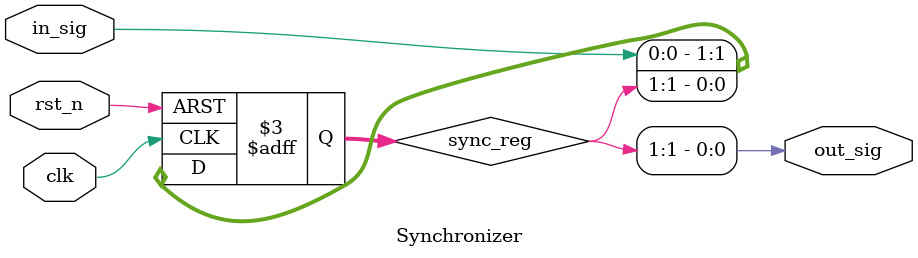
<source format=v>
module Synchronizer (clk,rst_n,in_sig,out_sig);

parameter num_stages=2;

input clk ,rst_n;
input in_sig;
output  out_sig ;

reg [num_stages-1 :0] sync_reg;




always @(posedge clk or negedge rst_n) begin
    if (!rst_n) begin
        sync_reg <= 'b0;
    end
    else begin
    sync_reg <= {in_sig, sync_reg[num_stages-1:1]};
    end
end

assign out_sig = sync_reg[num_stages-1] ;


endmodule //Synchronizer
</source>
